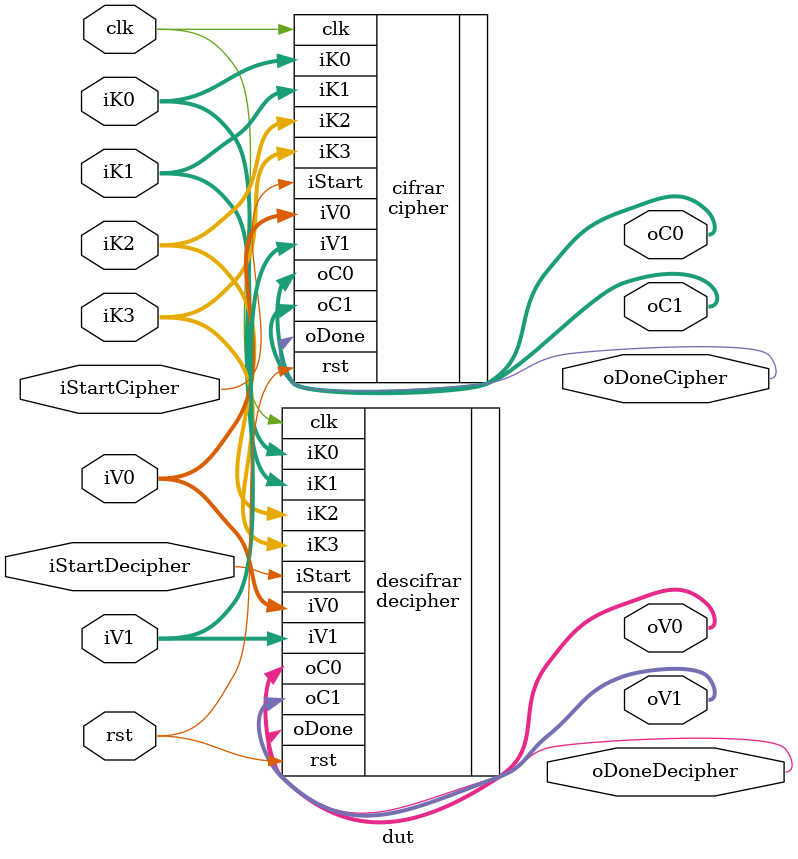
<source format=v>
`include "cipher.v"
`include "decipher.v"


`define WORD_SIZE 16
`define DELTA 32'h9e3779b9
`define ROUND_NUMBER 64


module dut
#(
	parameter WORD_SIZE = `WORD_SIZE,
	parameter DELTA = `DELTA,
	parameter ROUND_NUMBER = `ROUND_NUMBER
)

(
	input wire clk,
	input wire rst,
	// Texto plano
	input wire [WORD_SIZE-1:0] iV0,
	input wire [WORD_SIZE-1:0] iV1,
	// Senales de chip select
	input wire iStartCipher,
	input wire iStartDecipher,
	// Llave
	input wire [WORD_SIZE-1:0] iK0,
	input wire [WORD_SIZE-1:0] iK1,
	input wire [WORD_SIZE-1:0] iK2,
	input wire [WORD_SIZE-1:0] iK3,
	// Texto cifrado
	output wire [WORD_SIZE-1:0] oC0,
	output wire [WORD_SIZE-1:0] oC1,
	// Texto Descifrado
	// Texto cifrado
	output wire [WORD_SIZE-1:0] oV0,
	output wire [WORD_SIZE-1:0] oV1,
	// Senales de done.
	output wire oDoneCipher,
	output wire oDoneDecipher
);

cipher 
#(
	.WORD_SIZE(WORD_SIZE),
	.DELTA(DELTA),
	.ROUND_NUMBER(ROUND_NUMBER)
)
cifrar
(
	.clk(clk),
	.rst(rst),
	.iStart(iStartCipher),
	.iV0(iV0),
	.iV1(iV1),
	.iK0(iK0),
	.iK1(iK1),
	.iK2(iK2),
	.iK3(iK3),
	.oC0(oC0),
	.oC1(oC1),
	.oDone(oDoneCipher)	
); 




decipher 
#(
	.WORD_SIZE(WORD_SIZE),
	.DELTA(DELTA),
	.ROUND_NUMBER(ROUND_NUMBER)
)
descifrar
(
	.clk(clk),
	.rst(rst),
	.iStart(iStartDecipher),
	.iV0(iV0),
	.iV1(iV1),
	.iK0(iK0),
	.iK1(iK1),
	.iK2(iK2),
	.iK3(iK3),
	.oC0(oV0),
	.oC1(oV1),
	.oDone(oDoneDecipher)	
);


endmodule
</source>
